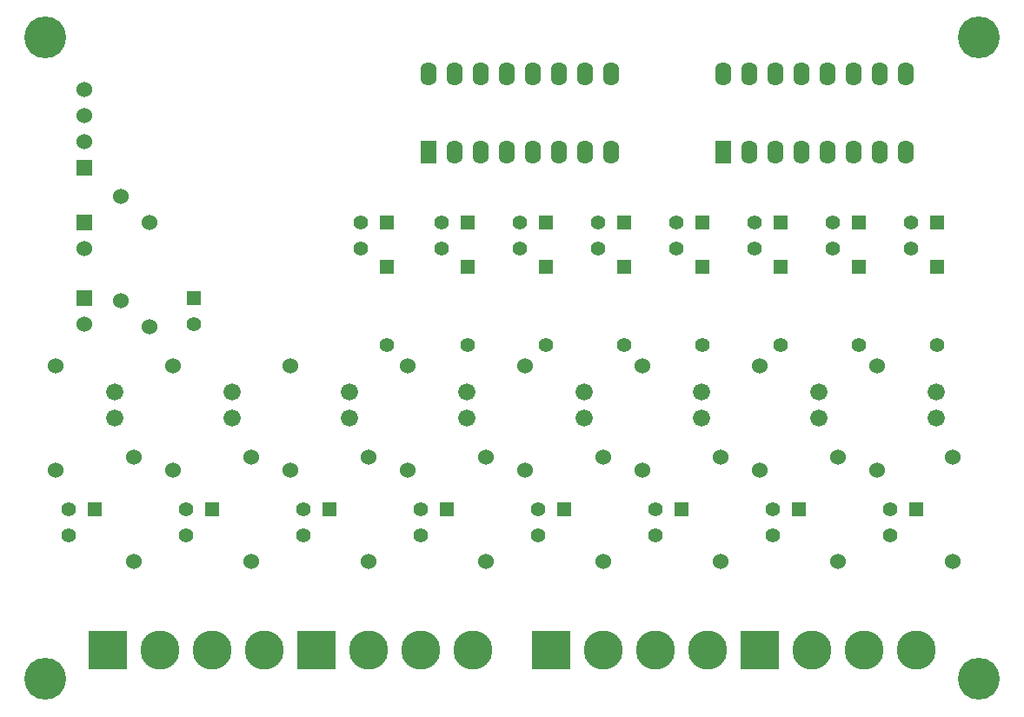
<source format=gbs>
G04 (created by PCBNEW (2013-jul-07)-stable) date Mon 03 Mar 2014 07:36:54 PM PST*
%MOIN*%
G04 Gerber Fmt 3.4, Leading zero omitted, Abs format*
%FSLAX34Y34*%
G01*
G70*
G90*
G04 APERTURE LIST*
%ADD10C,0.00590551*%
%ADD11R,0.055X0.055*%
%ADD12C,0.055*%
%ADD13C,0.06*%
%ADD14R,0.06X0.06*%
%ADD15C,0.066*%
%ADD16R,0.062X0.09*%
%ADD17O,0.062X0.09*%
%ADD18C,0.15*%
%ADD19R,0.15X0.15*%
%ADD20C,0.16*%
G04 APERTURE END LIST*
G54D10*
G54D11*
X93800Y-63500D03*
G54D12*
X92800Y-63500D03*
X92800Y-64500D03*
G54D11*
X102800Y-63500D03*
G54D12*
X101800Y-63500D03*
X101800Y-64500D03*
G54D11*
X99800Y-63500D03*
G54D12*
X98800Y-63500D03*
X98800Y-64500D03*
G54D11*
X96800Y-63500D03*
G54D12*
X95800Y-63500D03*
X95800Y-64500D03*
G54D11*
X90800Y-63500D03*
G54D12*
X89800Y-63500D03*
X89800Y-64500D03*
G54D11*
X87800Y-63500D03*
G54D12*
X86800Y-63500D03*
X86800Y-64500D03*
G54D11*
X81700Y-63500D03*
G54D12*
X80700Y-63500D03*
X80700Y-64500D03*
G54D11*
X84800Y-63500D03*
G54D12*
X83800Y-63500D03*
X83800Y-64500D03*
G54D11*
X79500Y-74500D03*
G54D12*
X78500Y-74500D03*
X78500Y-75500D03*
G54D11*
X88500Y-74500D03*
G54D12*
X87500Y-74500D03*
X87500Y-75500D03*
G54D11*
X102000Y-74500D03*
G54D12*
X101000Y-74500D03*
X101000Y-75500D03*
G54D11*
X97500Y-74500D03*
G54D12*
X96500Y-74500D03*
X96500Y-75500D03*
G54D11*
X93000Y-74500D03*
G54D12*
X92000Y-74500D03*
X92000Y-75500D03*
G54D11*
X84000Y-74500D03*
G54D12*
X83000Y-74500D03*
X83000Y-75500D03*
G54D11*
X75000Y-74500D03*
G54D12*
X74000Y-74500D03*
X74000Y-75500D03*
G54D11*
X70500Y-74500D03*
G54D12*
X69500Y-74500D03*
X69500Y-75500D03*
G54D13*
X94500Y-76500D03*
X94500Y-72500D03*
X72600Y-63500D03*
X72600Y-67500D03*
X87000Y-69000D03*
X87000Y-73000D03*
X90000Y-76500D03*
X90000Y-72500D03*
X100500Y-69000D03*
X100500Y-73000D03*
X103400Y-76500D03*
X103400Y-72500D03*
X96000Y-69000D03*
X96000Y-73000D03*
X99000Y-76500D03*
X99000Y-72500D03*
X91500Y-69000D03*
X91500Y-73000D03*
X69000Y-69000D03*
X69000Y-73000D03*
X82500Y-69000D03*
X82500Y-73000D03*
X85500Y-76500D03*
X85500Y-72500D03*
X71500Y-66500D03*
X71500Y-62500D03*
X72000Y-76500D03*
X72000Y-72500D03*
X76500Y-76500D03*
X76500Y-72500D03*
X73500Y-69000D03*
X73500Y-73000D03*
X81000Y-76500D03*
X81000Y-72500D03*
X78000Y-69000D03*
X78000Y-73000D03*
G54D14*
X70100Y-61400D03*
G54D13*
X70100Y-60400D03*
X70100Y-59400D03*
X70100Y-58400D03*
G54D14*
X70100Y-66400D03*
G54D13*
X70100Y-67400D03*
G54D14*
X70100Y-63500D03*
G54D13*
X70100Y-64500D03*
G54D15*
X93750Y-71000D03*
X93750Y-70000D03*
X75750Y-71000D03*
X75750Y-70000D03*
X89250Y-71000D03*
X89250Y-70000D03*
X71250Y-71000D03*
X71250Y-70000D03*
X102750Y-71000D03*
X102750Y-70000D03*
X84750Y-71000D03*
X84750Y-70000D03*
X80250Y-71000D03*
X80250Y-70000D03*
X98250Y-71000D03*
X98250Y-70000D03*
G54D16*
X83300Y-60800D03*
G54D17*
X84300Y-60800D03*
X85300Y-60800D03*
X86300Y-60800D03*
X87300Y-60800D03*
X88300Y-60800D03*
X89300Y-60800D03*
X90300Y-60800D03*
X90300Y-57800D03*
X89300Y-57800D03*
X88300Y-57800D03*
X87300Y-57800D03*
X86300Y-57800D03*
X85300Y-57800D03*
X84300Y-57800D03*
X83300Y-57800D03*
G54D16*
X94600Y-60800D03*
G54D17*
X95600Y-60800D03*
X96600Y-60800D03*
X97600Y-60800D03*
X98600Y-60800D03*
X99600Y-60800D03*
X100600Y-60800D03*
X101600Y-60800D03*
X101600Y-57800D03*
X100600Y-57800D03*
X99600Y-57800D03*
X98600Y-57800D03*
X97600Y-57800D03*
X96600Y-57800D03*
X95600Y-57800D03*
X94600Y-57800D03*
G54D11*
X74300Y-66400D03*
G54D12*
X74300Y-67400D03*
G54D18*
X73000Y-79900D03*
X75000Y-79900D03*
G54D19*
X71000Y-79900D03*
G54D18*
X77000Y-79900D03*
X81000Y-79900D03*
X83000Y-79900D03*
G54D19*
X79000Y-79900D03*
G54D18*
X85000Y-79900D03*
X90000Y-79900D03*
X92000Y-79900D03*
G54D19*
X88000Y-79900D03*
G54D18*
X94000Y-79900D03*
X98000Y-79900D03*
X100000Y-79900D03*
G54D19*
X96000Y-79900D03*
G54D18*
X102000Y-79900D03*
G54D11*
X81700Y-65200D03*
G54D12*
X81700Y-68200D03*
G54D11*
X84800Y-65200D03*
G54D12*
X84800Y-68200D03*
G54D11*
X87800Y-65200D03*
G54D12*
X87800Y-68200D03*
G54D11*
X90800Y-65200D03*
G54D12*
X90800Y-68200D03*
G54D11*
X96800Y-65200D03*
G54D12*
X96800Y-68200D03*
G54D11*
X99800Y-65200D03*
G54D12*
X99800Y-68200D03*
G54D11*
X102800Y-65200D03*
G54D12*
X102800Y-68200D03*
G54D11*
X93800Y-65200D03*
G54D12*
X93800Y-68200D03*
G54D20*
X68600Y-56400D03*
X104400Y-56400D03*
X104400Y-81000D03*
X68600Y-81000D03*
M02*

</source>
